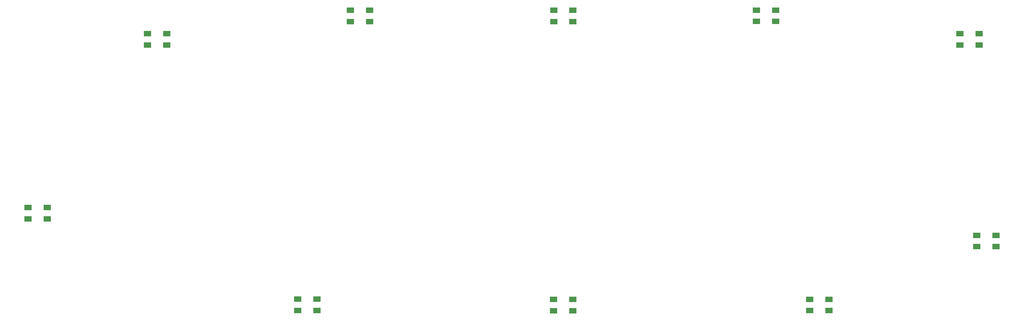
<source format=gtp>
G04 #@! TF.GenerationSoftware,KiCad,Pcbnew,8.0.3*
G04 #@! TF.CreationDate,2024-07-31T18:52:23+09:00*
G04 #@! TF.ProjectId,reviung46,72657669-756e-4673-9436-2e6b69636164,ver 0.1*
G04 #@! TF.SameCoordinates,Original*
G04 #@! TF.FileFunction,Paste,Top*
G04 #@! TF.FilePolarity,Positive*
%FSLAX46Y46*%
G04 Gerber Fmt 4.6, Leading zero omitted, Abs format (unit mm)*
G04 Created by KiCad (PCBNEW 8.0.3) date 2024-07-31 18:52:23*
%MOMM*%
%LPD*%
G01*
G04 APERTURE LIST*
%ADD10R,2.000000X1.500000*%
G04 APERTURE END LIST*
D10*
X127655000Y-28265000D03*
X127655000Y-25065000D03*
X122255000Y-25065000D03*
X122255000Y-28265000D03*
X303825000Y-91730000D03*
X303825000Y-88530000D03*
X298425000Y-88530000D03*
X298425000Y-91730000D03*
X70530000Y-34860000D03*
X70530000Y-31660000D03*
X65130000Y-31660000D03*
X65130000Y-34860000D03*
X241870000Y-28240000D03*
X241870000Y-25040000D03*
X236470000Y-25040000D03*
X236470000Y-28240000D03*
X184800000Y-109790000D03*
X184800000Y-106590000D03*
X179400000Y-106590000D03*
X179400000Y-109790000D03*
X184815000Y-28260000D03*
X184815000Y-25060000D03*
X179415000Y-25060000D03*
X179415000Y-28260000D03*
X112780000Y-109745000D03*
X112780000Y-106545000D03*
X107380000Y-106545000D03*
X107380000Y-109745000D03*
X299050000Y-34860000D03*
X299050000Y-31660000D03*
X293650000Y-31660000D03*
X293650000Y-34860000D03*
X256810000Y-109765000D03*
X256810000Y-106565000D03*
X251410000Y-106565000D03*
X251410000Y-109765000D03*
X36920000Y-83935000D03*
X36920000Y-80735000D03*
X31520000Y-80735000D03*
X31520000Y-83935000D03*
M02*

</source>
